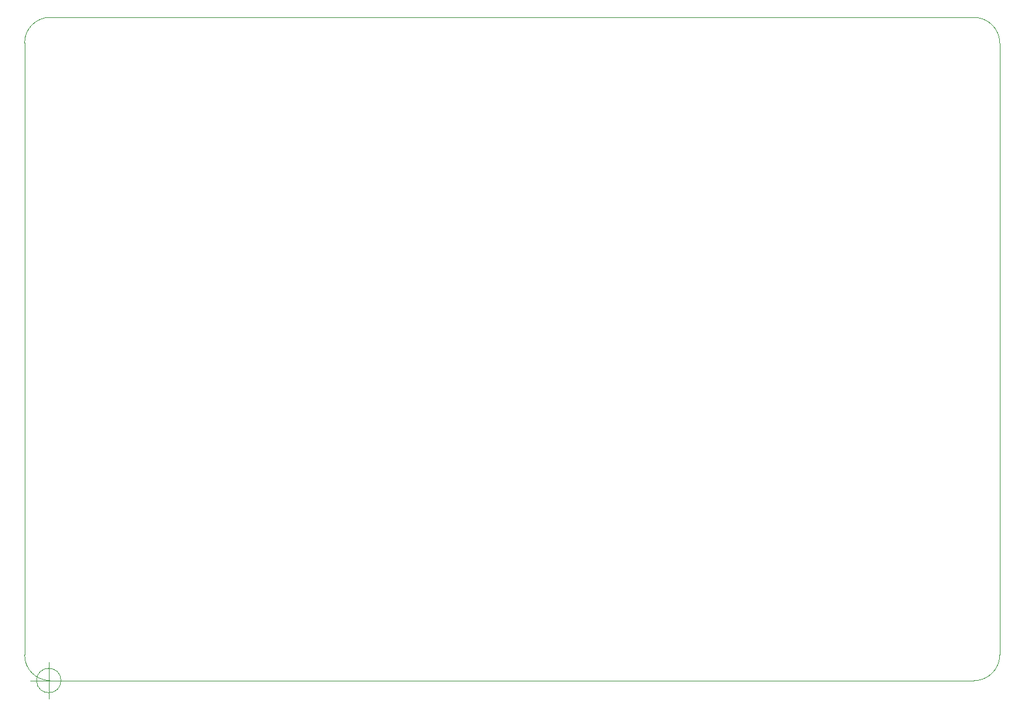
<source format=gbr>
%TF.GenerationSoftware,KiCad,Pcbnew,9.0.1*%
%TF.CreationDate,2025-04-26T19:52:48-05:00*%
%TF.ProjectId,CM5IO,434d3549-4f2e-46b6-9963-61645f706362,rev?*%
%TF.SameCoordinates,Original*%
%TF.FileFunction,Profile,NP*%
%FSLAX46Y46*%
G04 Gerber Fmt 4.6, Leading zero omitted, Abs format (unit mm)*
G04 Created by KiCad (PCBNEW 9.0.1) date 2025-04-26 19:52:48*
%MOMM*%
%LPD*%
G01*
G04 APERTURE LIST*
%TA.AperFunction,Profile*%
%ADD10C,0.050000*%
%TD*%
G04 APERTURE END LIST*
D10*
X105640000Y-72674874D02*
G75*
G02*
X109140000Y-69174874I3500000J0D01*
G01*
X235500000Y-69200000D02*
X109140000Y-69174874D01*
X239000000Y-156500000D02*
X239000000Y-72700000D01*
X105640000Y-156500000D02*
X105640000Y-72674900D01*
X109140000Y-160000000D02*
X235500000Y-160000000D01*
X109140000Y-160000000D02*
G75*
G02*
X105640000Y-156500000I0J3500000D01*
G01*
X235500000Y-69200000D02*
G75*
G02*
X239000000Y-72700000I0J-3500000D01*
G01*
X239000000Y-156500000D02*
G75*
G02*
X235500000Y-160000000I-3500000J0D01*
G01*
X110616666Y-159990000D02*
G75*
G02*
X107283334Y-159990000I-1666666J0D01*
G01*
X107283334Y-159990000D02*
G75*
G02*
X110616666Y-159990000I1666666J0D01*
G01*
X106450000Y-159990000D02*
X111450000Y-159990000D01*
X108950000Y-157490000D02*
X108950000Y-162490000D01*
M02*

</source>
